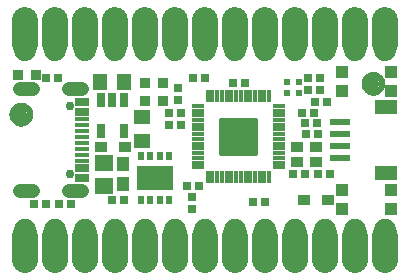
<source format=gbr>
G04 EAGLE Gerber RS-274X export*
G75*
%MOMM*%
%FSLAX34Y34*%
%LPD*%
%INSoldermask Top*%
%IPPOS*%
%AMOC8*
5,1,8,0,0,1.08239X$1,22.5*%
G01*
%ADD10R,1.301600X1.401600*%
%ADD11R,1.401600X1.301600*%
%ADD12C,1.101600*%
%ADD13C,0.469900*%
%ADD14R,0.651600X1.301600*%
%ADD15R,1.001600X1.001600*%
%ADD16R,0.701600X0.701600*%
%ADD17R,0.601600X0.601600*%
%ADD18R,1.101600X0.901600*%
%ADD19C,1.879600*%
%ADD20C,2.197100*%
%ADD21R,0.501600X0.701600*%
%ADD22R,3.101600X2.101600*%
%ADD23R,0.901600X0.901600*%
%ADD24R,0.301600X0.976600*%
%ADD25R,0.976600X0.301600*%
%ADD26C,0.429206*%
%ADD27R,1.001600X0.851600*%
%ADD28R,1.101600X1.176600*%
%ADD29R,1.251600X0.676600*%
%ADD30R,1.251600X0.376600*%
%ADD31C,1.209600*%
%ADD32C,0.751600*%
%ADD33R,1.601600X1.341600*%
%ADD34R,1.651600X0.601600*%
%ADD35R,1.901600X1.301600*%


D10*
X76454Y138049D03*
X96774Y138049D03*
D11*
X112395Y88265D03*
X112395Y108585D03*
D12*
X307975Y136398D03*
D13*
X315475Y136398D02*
X315473Y136579D01*
X315466Y136760D01*
X315455Y136941D01*
X315440Y137122D01*
X315420Y137302D01*
X315396Y137482D01*
X315368Y137661D01*
X315335Y137839D01*
X315298Y138016D01*
X315257Y138193D01*
X315212Y138368D01*
X315162Y138543D01*
X315108Y138716D01*
X315050Y138887D01*
X314988Y139058D01*
X314921Y139226D01*
X314851Y139393D01*
X314777Y139559D01*
X314698Y139722D01*
X314616Y139883D01*
X314530Y140043D01*
X314440Y140200D01*
X314346Y140355D01*
X314249Y140508D01*
X314147Y140658D01*
X314043Y140806D01*
X313934Y140952D01*
X313823Y141094D01*
X313707Y141234D01*
X313589Y141371D01*
X313467Y141506D01*
X313342Y141637D01*
X313214Y141765D01*
X313083Y141890D01*
X312948Y142012D01*
X312811Y142130D01*
X312671Y142246D01*
X312529Y142357D01*
X312383Y142466D01*
X312235Y142570D01*
X312085Y142672D01*
X311932Y142769D01*
X311777Y142863D01*
X311620Y142953D01*
X311460Y143039D01*
X311299Y143121D01*
X311136Y143200D01*
X310970Y143274D01*
X310803Y143344D01*
X310635Y143411D01*
X310464Y143473D01*
X310293Y143531D01*
X310120Y143585D01*
X309945Y143635D01*
X309770Y143680D01*
X309593Y143721D01*
X309416Y143758D01*
X309238Y143791D01*
X309059Y143819D01*
X308879Y143843D01*
X308699Y143863D01*
X308518Y143878D01*
X308337Y143889D01*
X308156Y143896D01*
X307975Y143898D01*
X315475Y136398D02*
X315473Y136217D01*
X315466Y136036D01*
X315455Y135855D01*
X315440Y135674D01*
X315420Y135494D01*
X315396Y135314D01*
X315368Y135135D01*
X315335Y134957D01*
X315298Y134780D01*
X315257Y134603D01*
X315212Y134428D01*
X315162Y134253D01*
X315108Y134080D01*
X315050Y133909D01*
X314988Y133738D01*
X314921Y133570D01*
X314851Y133403D01*
X314777Y133237D01*
X314698Y133074D01*
X314616Y132913D01*
X314530Y132753D01*
X314440Y132596D01*
X314346Y132441D01*
X314249Y132288D01*
X314147Y132138D01*
X314043Y131990D01*
X313934Y131844D01*
X313823Y131702D01*
X313707Y131562D01*
X313589Y131425D01*
X313467Y131290D01*
X313342Y131159D01*
X313214Y131031D01*
X313083Y130906D01*
X312948Y130784D01*
X312811Y130666D01*
X312671Y130550D01*
X312529Y130439D01*
X312383Y130330D01*
X312235Y130226D01*
X312085Y130124D01*
X311932Y130027D01*
X311777Y129933D01*
X311620Y129843D01*
X311460Y129757D01*
X311299Y129675D01*
X311136Y129596D01*
X310970Y129522D01*
X310803Y129452D01*
X310635Y129385D01*
X310464Y129323D01*
X310293Y129265D01*
X310120Y129211D01*
X309945Y129161D01*
X309770Y129116D01*
X309593Y129075D01*
X309416Y129038D01*
X309238Y129005D01*
X309059Y128977D01*
X308879Y128953D01*
X308699Y128933D01*
X308518Y128918D01*
X308337Y128907D01*
X308156Y128900D01*
X307975Y128898D01*
X307794Y128900D01*
X307613Y128907D01*
X307432Y128918D01*
X307251Y128933D01*
X307071Y128953D01*
X306891Y128977D01*
X306712Y129005D01*
X306534Y129038D01*
X306357Y129075D01*
X306180Y129116D01*
X306005Y129161D01*
X305830Y129211D01*
X305657Y129265D01*
X305486Y129323D01*
X305315Y129385D01*
X305147Y129452D01*
X304980Y129522D01*
X304814Y129596D01*
X304651Y129675D01*
X304490Y129757D01*
X304330Y129843D01*
X304173Y129933D01*
X304018Y130027D01*
X303865Y130124D01*
X303715Y130226D01*
X303567Y130330D01*
X303421Y130439D01*
X303279Y130550D01*
X303139Y130666D01*
X303002Y130784D01*
X302867Y130906D01*
X302736Y131031D01*
X302608Y131159D01*
X302483Y131290D01*
X302361Y131425D01*
X302243Y131562D01*
X302127Y131702D01*
X302016Y131844D01*
X301907Y131990D01*
X301803Y132138D01*
X301701Y132288D01*
X301604Y132441D01*
X301510Y132596D01*
X301420Y132753D01*
X301334Y132913D01*
X301252Y133074D01*
X301173Y133237D01*
X301099Y133403D01*
X301029Y133570D01*
X300962Y133738D01*
X300900Y133909D01*
X300842Y134080D01*
X300788Y134253D01*
X300738Y134428D01*
X300693Y134603D01*
X300652Y134780D01*
X300615Y134957D01*
X300582Y135135D01*
X300554Y135314D01*
X300530Y135494D01*
X300510Y135674D01*
X300495Y135855D01*
X300484Y136036D01*
X300477Y136217D01*
X300475Y136398D01*
X300477Y136579D01*
X300484Y136760D01*
X300495Y136941D01*
X300510Y137122D01*
X300530Y137302D01*
X300554Y137482D01*
X300582Y137661D01*
X300615Y137839D01*
X300652Y138016D01*
X300693Y138193D01*
X300738Y138368D01*
X300788Y138543D01*
X300842Y138716D01*
X300900Y138887D01*
X300962Y139058D01*
X301029Y139226D01*
X301099Y139393D01*
X301173Y139559D01*
X301252Y139722D01*
X301334Y139883D01*
X301420Y140043D01*
X301510Y140200D01*
X301604Y140355D01*
X301701Y140508D01*
X301803Y140658D01*
X301907Y140806D01*
X302016Y140952D01*
X302127Y141094D01*
X302243Y141234D01*
X302361Y141371D01*
X302483Y141506D01*
X302608Y141637D01*
X302736Y141765D01*
X302867Y141890D01*
X303002Y142012D01*
X303139Y142130D01*
X303279Y142246D01*
X303421Y142357D01*
X303567Y142466D01*
X303715Y142570D01*
X303865Y142672D01*
X304018Y142769D01*
X304173Y142863D01*
X304330Y142953D01*
X304490Y143039D01*
X304651Y143121D01*
X304814Y143200D01*
X304980Y143274D01*
X305147Y143344D01*
X305315Y143411D01*
X305486Y143473D01*
X305657Y143531D01*
X305830Y143585D01*
X306005Y143635D01*
X306180Y143680D01*
X306357Y143721D01*
X306534Y143758D01*
X306712Y143791D01*
X306891Y143819D01*
X307071Y143843D01*
X307251Y143863D01*
X307432Y143878D01*
X307613Y143889D01*
X307794Y143896D01*
X307975Y143898D01*
D12*
X9870Y110306D03*
D13*
X17370Y110306D02*
X17368Y110487D01*
X17361Y110668D01*
X17350Y110849D01*
X17335Y111030D01*
X17315Y111210D01*
X17291Y111390D01*
X17263Y111569D01*
X17230Y111747D01*
X17193Y111924D01*
X17152Y112101D01*
X17107Y112276D01*
X17057Y112451D01*
X17003Y112624D01*
X16945Y112795D01*
X16883Y112966D01*
X16816Y113134D01*
X16746Y113301D01*
X16672Y113467D01*
X16593Y113630D01*
X16511Y113791D01*
X16425Y113951D01*
X16335Y114108D01*
X16241Y114263D01*
X16144Y114416D01*
X16042Y114566D01*
X15938Y114714D01*
X15829Y114860D01*
X15718Y115002D01*
X15602Y115142D01*
X15484Y115279D01*
X15362Y115414D01*
X15237Y115545D01*
X15109Y115673D01*
X14978Y115798D01*
X14843Y115920D01*
X14706Y116038D01*
X14566Y116154D01*
X14424Y116265D01*
X14278Y116374D01*
X14130Y116478D01*
X13980Y116580D01*
X13827Y116677D01*
X13672Y116771D01*
X13515Y116861D01*
X13355Y116947D01*
X13194Y117029D01*
X13031Y117108D01*
X12865Y117182D01*
X12698Y117252D01*
X12530Y117319D01*
X12359Y117381D01*
X12188Y117439D01*
X12015Y117493D01*
X11840Y117543D01*
X11665Y117588D01*
X11488Y117629D01*
X11311Y117666D01*
X11133Y117699D01*
X10954Y117727D01*
X10774Y117751D01*
X10594Y117771D01*
X10413Y117786D01*
X10232Y117797D01*
X10051Y117804D01*
X9870Y117806D01*
X17370Y110306D02*
X17368Y110125D01*
X17361Y109944D01*
X17350Y109763D01*
X17335Y109582D01*
X17315Y109402D01*
X17291Y109222D01*
X17263Y109043D01*
X17230Y108865D01*
X17193Y108688D01*
X17152Y108511D01*
X17107Y108336D01*
X17057Y108161D01*
X17003Y107988D01*
X16945Y107817D01*
X16883Y107646D01*
X16816Y107478D01*
X16746Y107311D01*
X16672Y107145D01*
X16593Y106982D01*
X16511Y106821D01*
X16425Y106661D01*
X16335Y106504D01*
X16241Y106349D01*
X16144Y106196D01*
X16042Y106046D01*
X15938Y105898D01*
X15829Y105752D01*
X15718Y105610D01*
X15602Y105470D01*
X15484Y105333D01*
X15362Y105198D01*
X15237Y105067D01*
X15109Y104939D01*
X14978Y104814D01*
X14843Y104692D01*
X14706Y104574D01*
X14566Y104458D01*
X14424Y104347D01*
X14278Y104238D01*
X14130Y104134D01*
X13980Y104032D01*
X13827Y103935D01*
X13672Y103841D01*
X13515Y103751D01*
X13355Y103665D01*
X13194Y103583D01*
X13031Y103504D01*
X12865Y103430D01*
X12698Y103360D01*
X12530Y103293D01*
X12359Y103231D01*
X12188Y103173D01*
X12015Y103119D01*
X11840Y103069D01*
X11665Y103024D01*
X11488Y102983D01*
X11311Y102946D01*
X11133Y102913D01*
X10954Y102885D01*
X10774Y102861D01*
X10594Y102841D01*
X10413Y102826D01*
X10232Y102815D01*
X10051Y102808D01*
X9870Y102806D01*
X9689Y102808D01*
X9508Y102815D01*
X9327Y102826D01*
X9146Y102841D01*
X8966Y102861D01*
X8786Y102885D01*
X8607Y102913D01*
X8429Y102946D01*
X8252Y102983D01*
X8075Y103024D01*
X7900Y103069D01*
X7725Y103119D01*
X7552Y103173D01*
X7381Y103231D01*
X7210Y103293D01*
X7042Y103360D01*
X6875Y103430D01*
X6709Y103504D01*
X6546Y103583D01*
X6385Y103665D01*
X6225Y103751D01*
X6068Y103841D01*
X5913Y103935D01*
X5760Y104032D01*
X5610Y104134D01*
X5462Y104238D01*
X5316Y104347D01*
X5174Y104458D01*
X5034Y104574D01*
X4897Y104692D01*
X4762Y104814D01*
X4631Y104939D01*
X4503Y105067D01*
X4378Y105198D01*
X4256Y105333D01*
X4138Y105470D01*
X4022Y105610D01*
X3911Y105752D01*
X3802Y105898D01*
X3698Y106046D01*
X3596Y106196D01*
X3499Y106349D01*
X3405Y106504D01*
X3315Y106661D01*
X3229Y106821D01*
X3147Y106982D01*
X3068Y107145D01*
X2994Y107311D01*
X2924Y107478D01*
X2857Y107646D01*
X2795Y107817D01*
X2737Y107988D01*
X2683Y108161D01*
X2633Y108336D01*
X2588Y108511D01*
X2547Y108688D01*
X2510Y108865D01*
X2477Y109043D01*
X2449Y109222D01*
X2425Y109402D01*
X2405Y109582D01*
X2390Y109763D01*
X2379Y109944D01*
X2372Y110125D01*
X2370Y110306D01*
X2372Y110487D01*
X2379Y110668D01*
X2390Y110849D01*
X2405Y111030D01*
X2425Y111210D01*
X2449Y111390D01*
X2477Y111569D01*
X2510Y111747D01*
X2547Y111924D01*
X2588Y112101D01*
X2633Y112276D01*
X2683Y112451D01*
X2737Y112624D01*
X2795Y112795D01*
X2857Y112966D01*
X2924Y113134D01*
X2994Y113301D01*
X3068Y113467D01*
X3147Y113630D01*
X3229Y113791D01*
X3315Y113951D01*
X3405Y114108D01*
X3499Y114263D01*
X3596Y114416D01*
X3698Y114566D01*
X3802Y114714D01*
X3911Y114860D01*
X4022Y115002D01*
X4138Y115142D01*
X4256Y115279D01*
X4378Y115414D01*
X4503Y115545D01*
X4631Y115673D01*
X4762Y115798D01*
X4897Y115920D01*
X5034Y116038D01*
X5174Y116154D01*
X5316Y116265D01*
X5462Y116374D01*
X5610Y116478D01*
X5760Y116580D01*
X5913Y116677D01*
X6068Y116771D01*
X6225Y116861D01*
X6385Y116947D01*
X6546Y117029D01*
X6709Y117108D01*
X6875Y117182D01*
X7042Y117252D01*
X7210Y117319D01*
X7381Y117381D01*
X7552Y117439D01*
X7725Y117493D01*
X7900Y117543D01*
X8075Y117588D01*
X8252Y117629D01*
X8429Y117666D01*
X8607Y117699D01*
X8786Y117727D01*
X8966Y117751D01*
X9146Y117771D01*
X9327Y117786D01*
X9508Y117797D01*
X9689Y117804D01*
X9870Y117806D01*
D14*
X96495Y122348D03*
X86995Y122348D03*
X77495Y122348D03*
X77495Y96346D03*
X96495Y96346D03*
D15*
X322760Y146430D03*
X322760Y130430D03*
X281760Y130430D03*
X281760Y146430D03*
X281760Y30735D03*
X281760Y46735D03*
X322760Y46735D03*
X322760Y30735D03*
D16*
X96901Y38354D03*
X86741Y38354D03*
D17*
X244776Y128977D03*
X244776Y137977D03*
X234776Y137977D03*
X234776Y128977D03*
D18*
X249334Y38481D03*
X269334Y38481D03*
D19*
X12700Y12700D03*
X38100Y12700D03*
X63500Y12700D03*
X88900Y12700D03*
X114300Y12700D03*
X139700Y12700D03*
X165100Y12700D03*
D20*
X12700Y7938D02*
X12700Y-13018D01*
X38100Y-13018D02*
X38100Y7938D01*
X63500Y7938D02*
X63500Y-13018D01*
X88900Y-13018D02*
X88900Y7938D01*
X114300Y7938D02*
X114300Y-13018D01*
X139700Y-13018D02*
X139700Y7938D01*
X165100Y7938D02*
X165100Y-13018D01*
D19*
X190500Y12700D03*
X215900Y12700D03*
X241300Y12700D03*
X266700Y12700D03*
X292100Y12700D03*
D20*
X190500Y7938D02*
X190500Y-13018D01*
X215900Y-13018D02*
X215900Y7938D01*
X241300Y7938D02*
X241300Y-13018D01*
X266700Y-13018D02*
X266700Y7938D01*
X292100Y7938D02*
X292100Y-13018D01*
D19*
X317500Y12700D03*
D20*
X317500Y7938D02*
X317500Y-13018D01*
D21*
X111190Y38015D03*
X119190Y38015D03*
X127190Y38015D03*
X135190Y38015D03*
X135190Y75015D03*
X127190Y75015D03*
X119190Y75015D03*
X111190Y75015D03*
D22*
X123190Y56515D03*
D16*
X150368Y50292D03*
X160528Y50292D03*
X250190Y102870D03*
X260350Y102870D03*
D23*
X129413Y137033D03*
X114173Y137033D03*
D24*
X167675Y57321D03*
X171675Y57321D03*
X175675Y57321D03*
X179675Y57321D03*
X183675Y57321D03*
X187675Y57321D03*
X191675Y57321D03*
X195675Y57321D03*
X199675Y57321D03*
X203675Y57321D03*
X207675Y57321D03*
X211675Y57321D03*
X215675Y57321D03*
X219675Y57321D03*
D25*
X228175Y65821D03*
X228175Y69821D03*
X228175Y73821D03*
X228175Y77821D03*
X228175Y81821D03*
X228175Y85821D03*
X228175Y89821D03*
X228175Y93821D03*
X228175Y97821D03*
X228175Y101821D03*
X228175Y105821D03*
X228175Y109821D03*
X228175Y113821D03*
X228175Y117821D03*
D24*
X219675Y126321D03*
X215675Y126321D03*
X211675Y126321D03*
X207675Y126321D03*
X203675Y126321D03*
X199675Y126321D03*
X195675Y126321D03*
X191675Y126321D03*
X187675Y126321D03*
X183675Y126321D03*
X179675Y126321D03*
X175675Y126321D03*
X171675Y126321D03*
X167675Y126321D03*
D25*
X159175Y117821D03*
X159175Y113821D03*
X159175Y109821D03*
X159175Y105821D03*
X159175Y101821D03*
X159175Y97821D03*
X159175Y93821D03*
X159175Y89821D03*
X159175Y85821D03*
X159175Y81821D03*
X159175Y77821D03*
X159175Y73821D03*
X159175Y69821D03*
X159175Y65821D03*
D26*
X208037Y77459D02*
X208037Y106183D01*
X208037Y77459D02*
X179313Y77459D01*
X179313Y106183D01*
X208037Y106183D01*
X208037Y81536D02*
X179313Y81536D01*
X179313Y85613D02*
X208037Y85613D01*
X208037Y89690D02*
X179313Y89690D01*
X179313Y93767D02*
X208037Y93767D01*
X208037Y97844D02*
X179313Y97844D01*
X179313Y101921D02*
X208037Y101921D01*
X208037Y105998D02*
X179313Y105998D01*
D16*
X252730Y140970D03*
X262890Y140970D03*
X142875Y132715D03*
X142875Y122555D03*
X257429Y111760D03*
X247269Y111760D03*
D23*
X129413Y121666D03*
X114173Y121666D03*
D16*
X154432Y40640D03*
X154432Y30480D03*
X199517Y137160D03*
X189357Y137160D03*
X205740Y36703D03*
X215900Y36703D03*
X165608Y141351D03*
X155448Y141351D03*
D27*
X259710Y83085D03*
X243210Y83085D03*
X243210Y70585D03*
X259710Y70585D03*
D16*
X250190Y59690D03*
X240030Y59690D03*
X260985Y59690D03*
X271145Y59690D03*
X260985Y93980D03*
X250825Y93980D03*
D28*
X95885Y68825D03*
X95885Y51825D03*
D29*
X61485Y120900D03*
X61485Y112900D03*
D30*
X61485Y106400D03*
X61485Y101400D03*
X61485Y96400D03*
X61485Y91400D03*
X61485Y86400D03*
X61485Y81400D03*
X61485Y76400D03*
X61485Y71400D03*
D29*
X61485Y64900D03*
X61485Y56900D03*
D31*
X19475Y132100D02*
X8395Y132100D01*
X8395Y45700D02*
X19475Y45700D01*
X50195Y45700D02*
X61275Y45700D01*
X61275Y132100D02*
X50195Y132100D01*
D32*
X50735Y60000D03*
X50735Y117800D03*
D16*
X41910Y34925D03*
X52070Y34925D03*
X31115Y34925D03*
X20955Y34925D03*
X144780Y101854D03*
X134620Y101854D03*
X144780Y111379D03*
X134620Y111379D03*
D18*
X77630Y83185D03*
X97630Y83185D03*
D33*
X80010Y50190D03*
X80010Y69190D03*
D34*
X279660Y83900D03*
X279660Y93900D03*
X279660Y73900D03*
X279660Y103900D03*
D35*
X318660Y60900D03*
X318660Y116900D03*
D16*
X252730Y131445D03*
X262890Y131445D03*
X258445Y121285D03*
X268605Y121285D03*
X31115Y140970D03*
X41275Y140970D03*
D23*
X22105Y143510D03*
X7105Y143510D03*
D19*
X317500Y165100D03*
X292100Y165100D03*
X266700Y165100D03*
X241300Y165100D03*
X215900Y165100D03*
X190500Y165100D03*
X165100Y165100D03*
D20*
X317500Y169863D02*
X317500Y190818D01*
X292100Y190818D02*
X292100Y169863D01*
X266700Y169863D02*
X266700Y190818D01*
X241300Y190818D02*
X241300Y169863D01*
X215900Y169863D02*
X215900Y190818D01*
X190500Y190818D02*
X190500Y169863D01*
X165100Y169863D02*
X165100Y190818D01*
D19*
X139700Y165100D03*
X114300Y165100D03*
X88900Y165100D03*
X63500Y165100D03*
X38100Y165100D03*
D20*
X139700Y169863D02*
X139700Y190818D01*
X114300Y190818D02*
X114300Y169863D01*
X88900Y169863D02*
X88900Y190818D01*
X63500Y190818D02*
X63500Y169863D01*
X38100Y169863D02*
X38100Y190818D01*
D19*
X12700Y165100D03*
D20*
X12700Y169863D02*
X12700Y190818D01*
M02*

</source>
